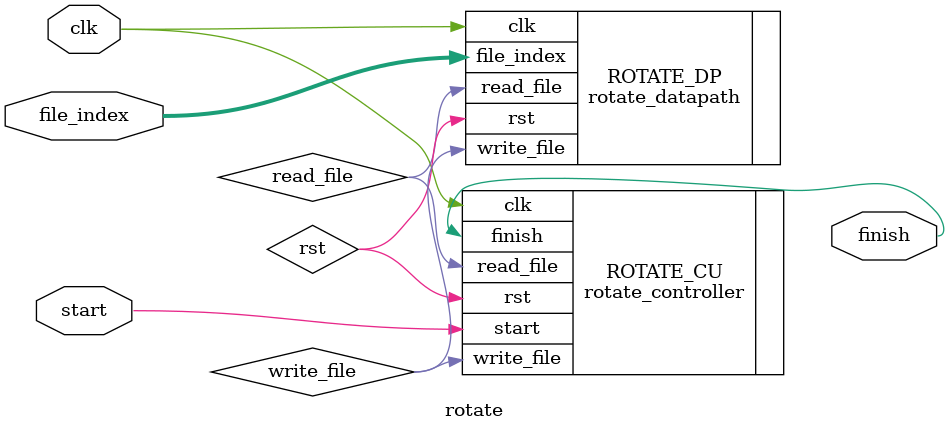
<source format=v>
`timescale 1ns/1ns

module rotate(clk, start, finish, file_index);

    input clk;
    input start;
    output finish;
    input [9:0] file_index;

    wire rst;
    wire read_file, write_file;

    rotate_datapath ROTATE_DP (.clk(clk), .rst(rst), 
                                .read_file(read_file), .write_file(write_file), 
                                .file_index(file_index));

    rotate_controller ROTATE_CU (.clk(clk), .rst(rst), 
                                .start(start), .finish(finish), 
                                .read_file(read_file), .write_file(write_file));

endmodule
</source>
